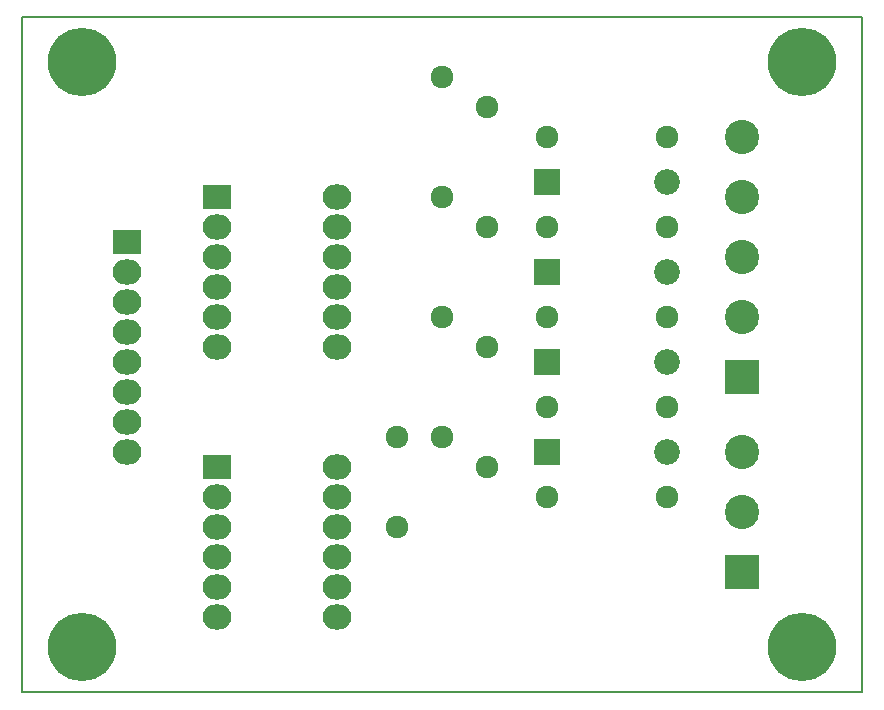
<source format=gbr>
G04 #@! TF.FileFunction,Soldermask,Bot*
%FSLAX46Y46*%
G04 Gerber Fmt 4.6, Leading zero omitted, Abs format (unit mm)*
G04 Created by KiCad (PCBNEW 4.0.7) date 02/20/20 23:48:31*
%MOMM*%
%LPD*%
G01*
G04 APERTURE LIST*
%ADD10C,0.150000*%
%ADD11O,2.432000X2.127200*%
%ADD12R,2.432000X2.127200*%
%ADD13C,1.924000*%
%ADD14R,2.899360X2.899360*%
%ADD15C,2.899360*%
%ADD16C,5.800000*%
%ADD17C,2.178000*%
%ADD18R,2.178000X2.178000*%
G04 APERTURE END LIST*
D10*
X171450000Y-71120000D02*
X100330000Y-71120000D01*
X171450000Y-128270000D02*
X171450000Y-71120000D01*
X100330000Y-128270000D02*
X171450000Y-128270000D01*
X100330000Y-71120000D02*
X100330000Y-128270000D01*
D11*
X127000000Y-109220000D03*
X127000000Y-121920000D03*
X127000000Y-119380000D03*
X127000000Y-116840000D03*
X127000000Y-114300000D03*
X127000000Y-111760000D03*
D12*
X116840000Y-109220000D03*
D11*
X116840000Y-111760000D03*
X116840000Y-114300000D03*
X116840000Y-116840000D03*
X116840000Y-119380000D03*
X116840000Y-121920000D03*
D13*
X135890000Y-86360000D03*
X135890000Y-76200000D03*
X144780000Y-111760000D03*
X154940000Y-111760000D03*
X135890000Y-106680000D03*
X135890000Y-96520000D03*
X139700000Y-88900000D03*
X139700000Y-78740000D03*
X144780000Y-88900000D03*
X154940000Y-88900000D03*
D14*
X161290000Y-101600000D03*
D15*
X161290000Y-107950000D03*
D14*
X161290000Y-118110000D03*
D15*
X161290000Y-113030000D03*
X161290000Y-91440000D03*
X161290000Y-96520000D03*
X161290000Y-86360000D03*
D16*
X105410000Y-124460000D03*
X166370000Y-74930000D03*
X105410000Y-74930000D03*
X166370000Y-124460000D03*
D11*
X127000000Y-86360000D03*
X127000000Y-99060000D03*
X127000000Y-96520000D03*
X127000000Y-93980000D03*
X127000000Y-91440000D03*
X127000000Y-88900000D03*
D12*
X116840000Y-86360000D03*
D11*
X116840000Y-88900000D03*
X116840000Y-91440000D03*
X116840000Y-93980000D03*
X116840000Y-96520000D03*
X116840000Y-99060000D03*
D12*
X109220000Y-90170000D03*
D11*
X109220000Y-92710000D03*
X109220000Y-95250000D03*
X109220000Y-97790000D03*
X109220000Y-100330000D03*
X109220000Y-102870000D03*
X109220000Y-105410000D03*
X109220000Y-107950000D03*
D15*
X161290000Y-81280000D03*
D13*
X144780000Y-81280000D03*
X154940000Y-81280000D03*
X144780000Y-96520000D03*
X154940000Y-96520000D03*
X144780000Y-104140000D03*
X154940000Y-104140000D03*
X139700000Y-109220000D03*
X139700000Y-99060000D03*
D17*
X154940000Y-85090000D03*
D18*
X144780000Y-85090000D03*
D17*
X154940000Y-92710000D03*
D18*
X144780000Y-92710000D03*
D17*
X154940000Y-100330000D03*
D18*
X144780000Y-100330000D03*
D17*
X154940000Y-107950000D03*
D18*
X144780000Y-107950000D03*
D13*
X132080000Y-106680000D03*
X132080000Y-114300000D03*
M02*

</source>
